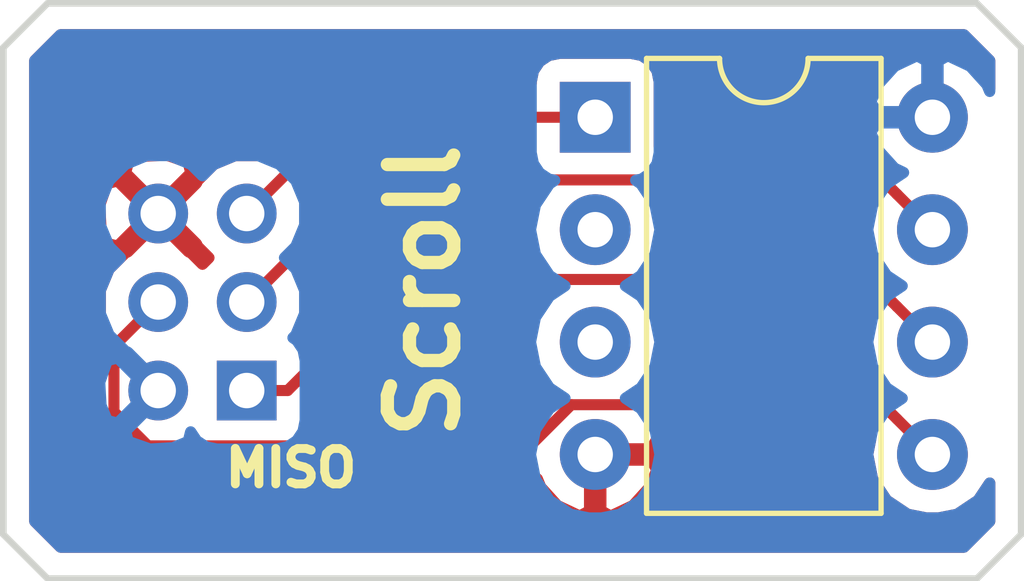
<source format=kicad_pcb>
(kicad_pcb (version 20171130) (host pcbnew "(5.0.0)")

  (general
    (thickness 1.6)
    (drawings 10)
    (tracks 19)
    (zones 0)
    (modules 2)
    (nets 9)
  )

  (page A4)
  (layers
    (0 F.Cu signal)
    (31 B.Cu signal)
    (32 B.Adhes user)
    (33 F.Adhes user)
    (34 B.Paste user)
    (35 F.Paste user)
    (36 B.SilkS user)
    (37 F.SilkS user)
    (38 B.Mask user)
    (39 F.Mask user)
    (40 Dwgs.User user)
    (41 Cmts.User user)
    (42 Eco1.User user)
    (43 Eco2.User user)
    (44 Edge.Cuts user)
    (45 Margin user)
    (46 B.CrtYd user)
    (47 F.CrtYd user)
    (48 B.Fab user)
    (49 F.Fab user)
  )

  (setup
    (last_trace_width 0.25)
    (trace_clearance 0.2)
    (zone_clearance 0.508)
    (zone_45_only no)
    (trace_min 0.2)
    (segment_width 0.2)
    (edge_width 0.15)
    (via_size 0.8)
    (via_drill 0.4)
    (via_min_size 0.4)
    (via_min_drill 0.3)
    (uvia_size 0.3)
    (uvia_drill 0.1)
    (uvias_allowed no)
    (uvia_min_size 0.2)
    (uvia_min_drill 0.1)
    (pcb_text_width 0.3)
    (pcb_text_size 1.5 1.5)
    (mod_edge_width 0.15)
    (mod_text_size 1 1)
    (mod_text_width 0.15)
    (pad_size 1.524 1.524)
    (pad_drill 0.762)
    (pad_to_mask_clearance 0.2)
    (aux_axis_origin 0 0)
    (visible_elements FFFFFF7F)
    (pcbplotparams
      (layerselection 0x010fc_ffffffff)
      (usegerberextensions false)
      (usegerberattributes false)
      (usegerberadvancedattributes false)
      (creategerberjobfile false)
      (excludeedgelayer true)
      (linewidth 0.100000)
      (plotframeref false)
      (viasonmask false)
      (mode 1)
      (useauxorigin false)
      (hpglpennumber 1)
      (hpglpenspeed 20)
      (hpglpendiameter 15.000000)
      (psnegative false)
      (psa4output false)
      (plotreference true)
      (plotvalue true)
      (plotinvisibletext false)
      (padsonsilk false)
      (subtractmaskfromsilk false)
      (outputformat 1)
      (mirror false)
      (drillshape 1)
      (scaleselection 1)
      (outputdirectory ""))
  )

  (net 0 "")
  (net 1 MISO)
  (net 2 +3V3)
  (net 3 SCK)
  (net 4 MOSI)
  (net 5 RESET)
  (net 6 GND)
  (net 7 "Net-(U1-Pad3)")
  (net 8 "Net-(U1-Pad2)")

  (net_class Default "This is the default net class."
    (clearance 0.2)
    (trace_width 0.25)
    (via_dia 0.8)
    (via_drill 0.4)
    (uvia_dia 0.3)
    (uvia_drill 0.1)
    (add_net +3V3)
    (add_net GND)
    (add_net MISO)
    (add_net MOSI)
    (add_net "Net-(U1-Pad2)")
    (add_net "Net-(U1-Pad3)")
    (add_net RESET)
    (add_net SCK)
  )

  (module "Custom Footprints:6-pin-prog" (layer F.Cu) (tedit 5BBF08EC) (tstamp 5BBF082F)
    (at 127.5 94.75 90)
    (descr "JAE LY series connector, dual row top entry, through hole, Datasheet:http://www.jae.com/z-en/pdf_download_exec.cfm?param=SJ103130.pdf")
    (tags "connector jae ly LY20-06P-2T")
    (path /5BBF0507)
    (fp_text reference J1 (at 2 3.5 90) (layer F.Fab)
      (effects (font (size 1 1) (thickness 0.15)))
    )
    (fp_text value AVR-ISP-6 (at 2 3.5 90) (layer F.Fab)
      (effects (font (size 1 1) (thickness 0.15)))
    )
    (fp_line (start 6.25 -4.15) (end -2.25 -4.15) (layer F.CrtYd) (width 0.05))
    (fp_line (start 6.25 2.1) (end 6.25 -4.15) (layer F.CrtYd) (width 0.05))
    (fp_line (start -2.25 2.1) (end 6.25 2.1) (layer F.CrtYd) (width 0.05))
    (fp_line (start -2.25 -4.15) (end -2.25 2.1) (layer F.CrtYd) (width 0.05))
    (fp_line (start 5.8 -3.65) (end -1.8 -3.65) (layer F.Fab) (width 0.05))
    (fp_line (start 5.8 1.65) (end 5.8 -3.65) (layer F.Fab) (width 0.05))
    (fp_line (start -1.8 1.65) (end 5.8 1.65) (layer F.Fab) (width 0.05))
    (fp_line (start -1.8 -3.65) (end -1.8 1.65) (layer F.Fab) (width 0.05))
    (pad 6 thru_hole circle (at 4 -2 90) (size 1.35 1.35) (drill 0.8) (layers *.Cu *.Mask)
      (net 6 GND))
    (pad 4 thru_hole circle (at 2 -2 90) (size 1.35 1.35) (drill 0.8) (layers *.Cu *.Mask)
      (net 4 MOSI))
    (pad 2 thru_hole circle (at 0 -2 90) (size 1.35 1.35) (drill 0.8) (layers *.Cu *.Mask)
      (net 2 +3V3))
    (pad 5 thru_hole circle (at 4 0 90) (size 1.35 1.35) (drill 0.8) (layers *.Cu *.Mask)
      (net 5 RESET))
    (pad 3 thru_hole circle (at 2 0 90) (size 1.35 1.35) (drill 0.8) (layers *.Cu *.Mask)
      (net 3 SCK))
    (pad 1 thru_hole rect (at 0 0 90) (size 1.35 1.35) (drill 0.8) (layers *.Cu *.Mask)
      (net 1 MISO))
    (model ${KISYS3DMOD}/Connectors_JAE.3dshapes/JAE_LY20-06P-2T_2x03x2.00mm_Straight.wrl
      (at (xyz 0 0 0))
      (scale (xyz 1 1 1))
      (rotate (xyz 0 0 0))
    )
  )

  (module Housings_DIP:DIP-8_W7.62mm (layer F.Cu) (tedit 5BBF083E) (tstamp 5BBF07E8)
    (at 135.375001 88.575001)
    (descr "8-lead though-hole mounted DIP package, row spacing 7.62 mm (300 mils)")
    (tags "THT DIP DIL PDIP 2.54mm 7.62mm 300mil")
    (path /5BBF0469)
    (fp_text reference U1 (at 3.81 4.424999) (layer F.Fab)
      (effects (font (size 1 1) (thickness 0.15)))
    )
    (fp_text value ATTiny85 (at 3.624999 8.424999) (layer F.Fab)
      (effects (font (size 1 1) (thickness 0.15)))
    )
    (fp_text user %R (at 3.81 3.81) (layer F.Fab)
      (effects (font (size 1 1) (thickness 0.15)))
    )
    (fp_line (start 8.7 -1.55) (end -1.1 -1.55) (layer F.CrtYd) (width 0.05))
    (fp_line (start 8.7 9.15) (end 8.7 -1.55) (layer F.CrtYd) (width 0.05))
    (fp_line (start -1.1 9.15) (end 8.7 9.15) (layer F.CrtYd) (width 0.05))
    (fp_line (start -1.1 -1.55) (end -1.1 9.15) (layer F.CrtYd) (width 0.05))
    (fp_line (start 6.46 -1.33) (end 4.81 -1.33) (layer F.SilkS) (width 0.12))
    (fp_line (start 6.46 8.95) (end 6.46 -1.33) (layer F.SilkS) (width 0.12))
    (fp_line (start 1.16 8.95) (end 6.46 8.95) (layer F.SilkS) (width 0.12))
    (fp_line (start 1.16 -1.33) (end 1.16 8.95) (layer F.SilkS) (width 0.12))
    (fp_line (start 2.81 -1.33) (end 1.16 -1.33) (layer F.SilkS) (width 0.12))
    (fp_line (start 0.635 -0.27) (end 1.635 -1.27) (layer F.Fab) (width 0.1))
    (fp_line (start 0.635 8.89) (end 0.635 -0.27) (layer F.Fab) (width 0.1))
    (fp_line (start 6.985 8.89) (end 0.635 8.89) (layer F.Fab) (width 0.1))
    (fp_line (start 6.985 -1.27) (end 6.985 8.89) (layer F.Fab) (width 0.1))
    (fp_line (start 1.635 -1.27) (end 6.985 -1.27) (layer F.Fab) (width 0.1))
    (fp_arc (start 3.81 -1.33) (end 2.81 -1.33) (angle -180) (layer F.SilkS) (width 0.12))
    (pad 8 thru_hole oval (at 7.62 0) (size 1.6 1.6) (drill 0.8) (layers *.Cu *.Mask)
      (net 2 +3V3))
    (pad 4 thru_hole oval (at 0 7.62) (size 1.6 1.6) (drill 0.8) (layers *.Cu *.Mask)
      (net 6 GND))
    (pad 7 thru_hole oval (at 7.62 2.54) (size 1.6 1.6) (drill 0.8) (layers *.Cu *.Mask)
      (net 3 SCK))
    (pad 3 thru_hole oval (at 0 5.08) (size 1.6 1.6) (drill 0.8) (layers *.Cu *.Mask)
      (net 7 "Net-(U1-Pad3)"))
    (pad 6 thru_hole oval (at 7.62 5.08) (size 1.6 1.6) (drill 0.8) (layers *.Cu *.Mask)
      (net 1 MISO))
    (pad 2 thru_hole oval (at 0 2.54) (size 1.6 1.6) (drill 0.8) (layers *.Cu *.Mask)
      (net 8 "Net-(U1-Pad2)"))
    (pad 5 thru_hole oval (at 7.62 7.62) (size 1.6 1.6) (drill 0.8) (layers *.Cu *.Mask)
      (net 4 MOSI))
    (pad 1 thru_hole rect (at 0 0) (size 1.6 1.6) (drill 0.8) (layers *.Cu *.Mask)
      (net 5 RESET))
    (model ${KISYS3DMOD}/Housings_DIP.3dshapes/DIP-8_W7.62mm.wrl
      (at (xyz 0 0 0))
      (scale (xyz 1 1 1))
      (rotate (xyz 0 0 0))
    )
  )

  (gr_text MISO (at 128.5 96.5) (layer F.SilkS)
    (effects (font (size 0.8 0.8) (thickness 0.2)))
  )
  (gr_text Scroll (at 131.5 92.5 90) (layer F.SilkS)
    (effects (font (size 1.5 1.5) (thickness 0.3)))
  )
  (gr_line (start 123 86) (end 144 86) (layer Edge.Cuts) (width 0.15))
  (gr_line (start 122 87) (end 123 86) (layer Edge.Cuts) (width 0.15))
  (gr_line (start 122 98) (end 122 87) (layer Edge.Cuts) (width 0.15))
  (gr_line (start 123 99) (end 122 98) (layer Edge.Cuts) (width 0.15))
  (gr_line (start 144 99) (end 123 99) (layer Edge.Cuts) (width 0.15))
  (gr_line (start 145 98) (end 144 99) (layer Edge.Cuts) (width 0.15))
  (gr_line (start 145 87) (end 145 98) (layer Edge.Cuts) (width 0.15))
  (gr_line (start 144 86) (end 145 87) (layer Edge.Cuts) (width 0.15))

  (segment (start 142.195002 92.855002) (end 142.995001 93.655001) (width 0.25) (layer F.Cu) (net 1))
  (segment (start 141.580002 92.240002) (end 142.195002 92.855002) (width 0.25) (layer F.Cu) (net 1))
  (segment (start 130.934998 92.240002) (end 141.580002 92.240002) (width 0.25) (layer F.Cu) (net 1))
  (segment (start 128.425 94.75) (end 130.934998 92.240002) (width 0.25) (layer F.Cu) (net 1))
  (segment (start 127.5 94.75) (end 128.425 94.75) (width 0.25) (layer F.Cu) (net 1))
  (segment (start 142.195002 90.315002) (end 142.995001 91.115001) (width 0.25) (layer F.Cu) (net 3))
  (segment (start 141.87 89.99) (end 142.195002 90.315002) (width 0.25) (layer F.Cu) (net 3))
  (segment (start 130.26 89.99) (end 141.87 89.99) (width 0.25) (layer F.Cu) (net 3))
  (segment (start 127.5 92.75) (end 130.26 89.99) (width 0.25) (layer F.Cu) (net 3))
  (segment (start 124.499999 95.230001) (end 125.269998 96) (width 0.25) (layer F.Cu) (net 4))
  (segment (start 125.5 92.75) (end 124.499999 93.750001) (width 0.25) (layer F.Cu) (net 4))
  (segment (start 124.499999 93.750001) (end 124.499999 95.230001) (width 0.25) (layer F.Cu) (net 4))
  (segment (start 142.195002 95.395002) (end 142.995001 96.195001) (width 0.25) (layer F.Cu) (net 4))
  (segment (start 141.87 95.07) (end 142.195002 95.395002) (width 0.25) (layer F.Cu) (net 4))
  (segment (start 134.835 95.07) (end 141.87 95.07) (width 0.25) (layer F.Cu) (net 4))
  (segment (start 133.905 96) (end 134.835 95.07) (width 0.25) (layer F.Cu) (net 4))
  (segment (start 125.269998 96) (end 133.905 96) (width 0.25) (layer F.Cu) (net 4))
  (segment (start 129.674999 88.575001) (end 135.375001 88.575001) (width 0.25) (layer F.Cu) (net 5))
  (segment (start 127.5 90.75) (end 129.674999 88.575001) (width 0.25) (layer F.Cu) (net 5))

  (zone (net 6) (net_name GND) (layer F.Cu) (tstamp 5BBF0AF2) (hatch edge 0.508)
    (connect_pads (clearance 0.508))
    (min_thickness 0.254)
    (fill yes (arc_segments 16) (thermal_gap 0.508) (thermal_bridge_width 0.508))
    (polygon
      (pts
        (xy 122 86) (xy 145 86) (xy 145 99) (xy 122 99)
      )
    )
    (filled_polygon
      (pts
        (xy 144.29 87.294092) (xy 144.29 87.930173) (xy 144.029578 87.540424) (xy 143.55491 87.223261) (xy 143.136334 87.140001)
        (xy 142.853668 87.140001) (xy 142.435092 87.223261) (xy 141.960424 87.540424) (xy 141.643261 88.015092) (xy 141.531888 88.575001)
        (xy 141.643261 89.13491) (xy 141.706798 89.23) (xy 136.822441 89.23) (xy 136.822441 87.775001) (xy 136.773158 87.527236)
        (xy 136.63281 87.317192) (xy 136.422766 87.176844) (xy 136.175001 87.127561) (xy 134.575001 87.127561) (xy 134.327236 87.176844)
        (xy 134.117192 87.317192) (xy 133.976844 87.527236) (xy 133.927561 87.775001) (xy 133.927561 87.815001) (xy 129.749845 87.815001)
        (xy 129.674998 87.800113) (xy 129.600151 87.815001) (xy 129.600147 87.815001) (xy 129.378462 87.859097) (xy 129.12707 88.027072)
        (xy 129.08467 88.090528) (xy 127.735199 89.44) (xy 127.239425 89.44) (xy 126.757945 89.639436) (xy 126.389436 90.007945)
        (xy 126.36665 90.062955) (xy 125.679605 90.75) (xy 126.36665 91.437045) (xy 126.389436 91.492055) (xy 126.647381 91.75)
        (xy 126.5 91.897381) (xy 126.242055 91.639436) (xy 126.187045 91.61665) (xy 125.5 90.929605) (xy 124.812955 91.61665)
        (xy 124.757945 91.639436) (xy 124.389436 92.007945) (xy 124.19 92.489425) (xy 124.19 92.985199) (xy 124.015529 93.15967)
        (xy 123.95207 93.202072) (xy 123.784095 93.453465) (xy 123.739999 93.67515) (xy 123.739999 93.675154) (xy 123.725111 93.750001)
        (xy 123.739999 93.824848) (xy 123.74 95.15515) (xy 123.725111 95.230001) (xy 123.784096 95.526538) (xy 123.907034 95.710527)
        (xy 123.952071 95.77793) (xy 124.015527 95.82033) (xy 124.679669 96.484473) (xy 124.722069 96.547929) (xy 124.973461 96.715904)
        (xy 125.195146 96.76) (xy 125.19515 96.76) (xy 125.269997 96.774888) (xy 125.344844 96.76) (xy 133.830153 96.76)
        (xy 133.905 96.774888) (xy 133.979847 96.76) (xy 133.979852 96.76) (xy 134.065489 96.742966) (xy 134.14396 96.932424)
        (xy 134.519867 97.34739) (xy 135.02596 97.586915) (xy 135.248001 97.46563) (xy 135.248001 96.322001) (xy 135.502001 96.322001)
        (xy 135.502001 97.46563) (xy 135.724042 97.586915) (xy 136.230135 97.34739) (xy 136.606042 96.932424) (xy 136.766905 96.54404)
        (xy 136.644916 96.322001) (xy 135.502001 96.322001) (xy 135.248001 96.322001) (xy 135.228001 96.322001) (xy 135.228001 96.068001)
        (xy 135.248001 96.068001) (xy 135.248001 96.048001) (xy 135.502001 96.048001) (xy 135.502001 96.068001) (xy 136.644916 96.068001)
        (xy 136.766905 95.845962) (xy 136.760294 95.83) (xy 141.555199 95.83) (xy 141.596313 95.871114) (xy 141.531888 96.195001)
        (xy 141.643261 96.75491) (xy 141.960424 97.229578) (xy 142.435092 97.546741) (xy 142.853668 97.630001) (xy 143.136334 97.630001)
        (xy 143.55491 97.546741) (xy 144.029578 97.229578) (xy 144.290001 96.839828) (xy 144.290001 97.705908) (xy 143.70591 98.29)
        (xy 123.294092 98.29) (xy 122.71 97.70591) (xy 122.71 90.5631) (xy 124.177478 90.5631) (xy 124.206625 91.083434)
        (xy 124.349672 91.428781) (xy 124.582853 91.487542) (xy 125.320395 90.75) (xy 124.582853 90.012458) (xy 124.349672 90.071219)
        (xy 124.177478 90.5631) (xy 122.71 90.5631) (xy 122.71 89.832853) (xy 124.762458 89.832853) (xy 125.5 90.570395)
        (xy 126.237542 89.832853) (xy 126.178781 89.599672) (xy 125.6869 89.427478) (xy 125.166566 89.456625) (xy 124.821219 89.599672)
        (xy 124.762458 89.832853) (xy 122.71 89.832853) (xy 122.71 87.29409) (xy 123.294092 86.71) (xy 143.70591 86.71)
      )
    )
  )
  (zone (net 2) (net_name +3V3) (layer B.Cu) (tstamp 5BBF0AEF) (hatch edge 0.508)
    (connect_pads (clearance 0.508))
    (min_thickness 0.254)
    (fill yes (arc_segments 16) (thermal_gap 0.508) (thermal_bridge_width 0.508))
    (polygon
      (pts
        (xy 122 86) (xy 145 86) (xy 145 99) (xy 122 99)
      )
    )
    (filled_polygon
      (pts
        (xy 144.29 87.294092) (xy 144.29 87.991997) (xy 144.226042 87.837578) (xy 143.850135 87.422612) (xy 143.344042 87.183087)
        (xy 143.122001 87.304372) (xy 143.122001 88.448001) (xy 143.142001 88.448001) (xy 143.142001 88.702001) (xy 143.122001 88.702001)
        (xy 143.122001 88.722001) (xy 142.868001 88.722001) (xy 142.868001 88.702001) (xy 141.725086 88.702001) (xy 141.603097 88.92404)
        (xy 141.76396 89.312424) (xy 142.139867 89.72739) (xy 142.344109 89.824054) (xy 141.960424 90.080424) (xy 141.643261 90.555092)
        (xy 141.531888 91.115001) (xy 141.643261 91.67491) (xy 141.960424 92.149578) (xy 142.312759 92.385001) (xy 141.960424 92.620424)
        (xy 141.643261 93.095092) (xy 141.531888 93.655001) (xy 141.643261 94.21491) (xy 141.960424 94.689578) (xy 142.312759 94.925001)
        (xy 141.960424 95.160424) (xy 141.643261 95.635092) (xy 141.531888 96.195001) (xy 141.643261 96.75491) (xy 141.960424 97.229578)
        (xy 142.435092 97.546741) (xy 142.853668 97.630001) (xy 143.136334 97.630001) (xy 143.55491 97.546741) (xy 144.029578 97.229578)
        (xy 144.290001 96.839828) (xy 144.290001 97.705908) (xy 143.70591 98.29) (xy 123.294092 98.29) (xy 122.71 97.70591)
        (xy 122.71 94.5631) (xy 124.177478 94.5631) (xy 124.206625 95.083434) (xy 124.349672 95.428781) (xy 124.582853 95.487542)
        (xy 125.320395 94.75) (xy 124.582853 94.012458) (xy 124.349672 94.071219) (xy 124.177478 94.5631) (xy 122.71 94.5631)
        (xy 122.71 90.489425) (xy 124.19 90.489425) (xy 124.19 91.010575) (xy 124.389436 91.492055) (xy 124.647381 91.75)
        (xy 124.389436 92.007945) (xy 124.19 92.489425) (xy 124.19 93.010575) (xy 124.389436 93.492055) (xy 124.757945 93.860564)
        (xy 124.812955 93.88335) (xy 125.5 94.570395) (xy 125.514143 94.556253) (xy 125.693748 94.735858) (xy 125.679605 94.75)
        (xy 125.693748 94.764143) (xy 125.514143 94.943748) (xy 125.5 94.929605) (xy 124.762458 95.667147) (xy 124.821219 95.900328)
        (xy 125.3131 96.072522) (xy 125.833434 96.043375) (xy 126.178781 95.900328) (xy 126.233584 95.682854) (xy 126.367191 95.882809)
        (xy 126.577235 96.023157) (xy 126.825 96.07244) (xy 128.175 96.07244) (xy 128.422765 96.023157) (xy 128.632809 95.882809)
        (xy 128.773157 95.672765) (xy 128.82244 95.425) (xy 128.82244 94.075) (xy 128.773157 93.827235) (xy 128.632809 93.617191)
        (xy 128.544461 93.558158) (xy 128.610564 93.492055) (xy 128.81 93.010575) (xy 128.81 92.489425) (xy 128.610564 92.007945)
        (xy 128.352619 91.75) (xy 128.610564 91.492055) (xy 128.766745 91.115001) (xy 133.911888 91.115001) (xy 134.023261 91.67491)
        (xy 134.340424 92.149578) (xy 134.692759 92.385001) (xy 134.340424 92.620424) (xy 134.023261 93.095092) (xy 133.911888 93.655001)
        (xy 134.023261 94.21491) (xy 134.340424 94.689578) (xy 134.692759 94.925001) (xy 134.340424 95.160424) (xy 134.023261 95.635092)
        (xy 133.911888 96.195001) (xy 134.023261 96.75491) (xy 134.340424 97.229578) (xy 134.815092 97.546741) (xy 135.233668 97.630001)
        (xy 135.516334 97.630001) (xy 135.93491 97.546741) (xy 136.409578 97.229578) (xy 136.726741 96.75491) (xy 136.838114 96.195001)
        (xy 136.726741 95.635092) (xy 136.409578 95.160424) (xy 136.057243 94.925001) (xy 136.409578 94.689578) (xy 136.726741 94.21491)
        (xy 136.838114 93.655001) (xy 136.726741 93.095092) (xy 136.409578 92.620424) (xy 136.057243 92.385001) (xy 136.409578 92.149578)
        (xy 136.726741 91.67491) (xy 136.838114 91.115001) (xy 136.726741 90.555092) (xy 136.409578 90.080424) (xy 136.288895 89.999786)
        (xy 136.422766 89.973158) (xy 136.63281 89.83281) (xy 136.773158 89.622766) (xy 136.822441 89.375001) (xy 136.822441 88.225962)
        (xy 141.603097 88.225962) (xy 141.725086 88.448001) (xy 142.868001 88.448001) (xy 142.868001 87.304372) (xy 142.64596 87.183087)
        (xy 142.139867 87.422612) (xy 141.76396 87.837578) (xy 141.603097 88.225962) (xy 136.822441 88.225962) (xy 136.822441 87.775001)
        (xy 136.773158 87.527236) (xy 136.63281 87.317192) (xy 136.422766 87.176844) (xy 136.175001 87.127561) (xy 134.575001 87.127561)
        (xy 134.327236 87.176844) (xy 134.117192 87.317192) (xy 133.976844 87.527236) (xy 133.927561 87.775001) (xy 133.927561 89.375001)
        (xy 133.976844 89.622766) (xy 134.117192 89.83281) (xy 134.327236 89.973158) (xy 134.461107 89.999786) (xy 134.340424 90.080424)
        (xy 134.023261 90.555092) (xy 133.911888 91.115001) (xy 128.766745 91.115001) (xy 128.81 91.010575) (xy 128.81 90.489425)
        (xy 128.610564 90.007945) (xy 128.242055 89.639436) (xy 127.760575 89.44) (xy 127.239425 89.44) (xy 126.757945 89.639436)
        (xy 126.5 89.897381) (xy 126.242055 89.639436) (xy 125.760575 89.44) (xy 125.239425 89.44) (xy 124.757945 89.639436)
        (xy 124.389436 90.007945) (xy 124.19 90.489425) (xy 122.71 90.489425) (xy 122.71 87.29409) (xy 123.294092 86.71)
        (xy 143.70591 86.71)
      )
    )
  )
)

</source>
